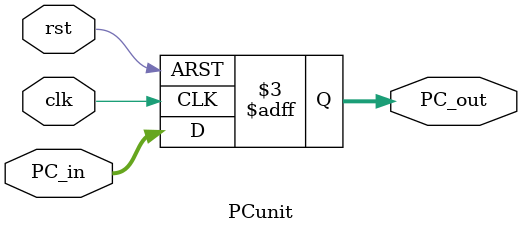
<source format=v>
module PCunit
    (
        input wire [31:0] PC_in,
        input wire clk, rst,
        output reg [31:0] PC_out
    );
always @(posedge clk, negedge rst) 
begin
    if (!rst) 
    begin
        PC_out <= 32'b0;
    end
    else
    begin
        PC_out <= PC_in;
    end
end
endmodule
</source>
